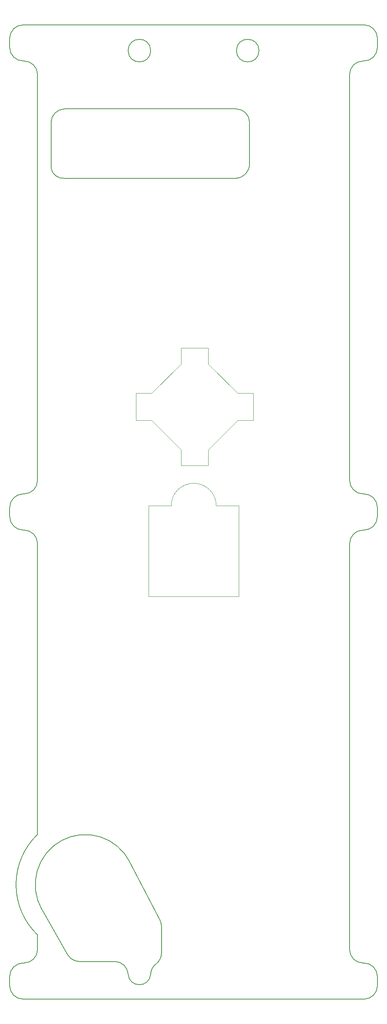
<source format=gm1>
%TF.GenerationSoftware,KiCad,Pcbnew,8.0.4*%
%TF.CreationDate,2025-03-26T23:32:02-07:00*%
%TF.ProjectId,Stationary_X_Panel,53746174-696f-46e6-9172-795f585f5061,1.5*%
%TF.SameCoordinates,Original*%
%TF.FileFunction,Profile,NP*%
%FSLAX46Y46*%
G04 Gerber Fmt 4.6, Leading zero omitted, Abs format (unit mm)*
G04 Created by KiCad (PCBNEW 8.0.4) date 2025-03-26 23:32:02*
%MOMM*%
%LPD*%
G01*
G04 APERTURE LIST*
%TA.AperFunction,Profile*%
%ADD10C,0.200000*%
%TD*%
%TA.AperFunction,Profile*%
%ADD11C,0.100000*%
%TD*%
G04 APERTURE END LIST*
D10*
X83165000Y-41595000D02*
X83165000Y-50595000D01*
X83165000Y-50595000D02*
G75*
G02*
X80164999Y-53944989I-3175100J-174900D01*
G01*
D11*
X61500000Y-107500000D02*
X68000000Y-114000000D01*
X74000000Y-114000000D02*
X74000000Y-117500000D01*
D10*
X85250000Y-25700000D02*
G75*
G02*
X80250000Y-25700000I-2500000J0D01*
G01*
X80250000Y-25700000D02*
G75*
G02*
X85250000Y-25700000I2500000J0D01*
G01*
D11*
X68000000Y-117500000D02*
X74000000Y-117500000D01*
D10*
X105325000Y-224500000D02*
X105325000Y-134750000D01*
X108500000Y-123750000D02*
G75*
G02*
X111500000Y-126750000I0J-3000000D01*
G01*
X42836060Y-225644172D02*
X37132089Y-215670205D01*
X33000000Y-28000000D02*
X33175000Y-28000000D01*
X63650000Y-219435832D02*
X63650000Y-225289897D01*
X111500000Y-232500000D02*
X111500000Y-230500000D01*
X36175000Y-221276595D02*
X36175000Y-224500000D01*
D11*
X68000000Y-114000000D02*
X68000000Y-117500000D01*
D10*
X111500000Y-128750000D02*
G75*
G02*
X108500000Y-131750000I-3000000J0D01*
G01*
D11*
X74000000Y-114000000D02*
X80500000Y-107500000D01*
D10*
X30000000Y-230500000D02*
G75*
G02*
X33000000Y-227500000I3000000J0D01*
G01*
X61246380Y-229934481D02*
G75*
G02*
X62446036Y-227692902I2996220J-161719D01*
G01*
X105325000Y-31000000D02*
G75*
G02*
X108325000Y-28000000I3000000J0D01*
G01*
X36175000Y-224500000D02*
G75*
G02*
X33175000Y-227500000I-3000000J0D01*
G01*
X42165000Y-38595000D02*
X80165000Y-38595000D01*
X33000000Y-235500000D02*
G75*
G02*
X30000000Y-232500000I0J3000000D01*
G01*
X105325000Y-134750000D02*
G75*
G02*
X108325000Y-131750000I3000000J0D01*
G01*
D11*
X60785000Y-146395000D02*
X60785000Y-126395000D01*
D10*
X111500000Y-25000000D02*
X111500000Y-23000000D01*
X108500000Y-20000000D02*
G75*
G02*
X111500000Y-23000000I0J-3000000D01*
G01*
X33000000Y-28000000D02*
G75*
G02*
X30000000Y-25000000I0J3000000D01*
G01*
D11*
X74000000Y-91500000D02*
X68000000Y-91500000D01*
D10*
X108500000Y-227500000D02*
G75*
G02*
X111500000Y-230500000I0J-3000000D01*
G01*
X108500000Y-123750000D02*
X108325000Y-123750000D01*
X30000000Y-126750000D02*
X30000000Y-128750000D01*
X33175000Y-123750000D02*
X33000000Y-123750000D01*
X108325000Y-227500000D02*
G75*
G02*
X105325000Y-224500000I0J3000000D01*
G01*
D11*
X68000000Y-95000000D02*
X61500000Y-101500000D01*
D10*
X30000000Y-23000000D02*
G75*
G02*
X33000000Y-20000000I3000000J0D01*
G01*
D11*
X84000000Y-107500000D02*
X84000000Y-101500000D01*
X65785000Y-126395000D02*
G75*
G02*
X75785000Y-126395000I5000000J0D01*
G01*
D10*
X108325000Y-131750000D02*
X108500000Y-131750000D01*
X108325000Y-123750000D02*
G75*
G02*
X105325000Y-120750000I0J3000000D01*
G01*
X108325000Y-28000000D02*
X108500000Y-28000000D01*
X33000000Y-131750000D02*
G75*
G02*
X30000000Y-128750000I0J3000000D01*
G01*
X80165000Y-38595000D02*
G75*
G02*
X83165000Y-41595000I0J-3000000D01*
G01*
X63650000Y-225289897D02*
G75*
G02*
X62446020Y-227692880I-3000000J-3D01*
G01*
X80165000Y-53945000D02*
X42165000Y-53945000D01*
D11*
X68000000Y-95000000D02*
X68000000Y-91500000D01*
D10*
X42165000Y-53945000D02*
G75*
G02*
X39165014Y-51594998I-287700J2722600D01*
G01*
D11*
X58000000Y-107500000D02*
X58000000Y-101500000D01*
D10*
X61246380Y-229934481D02*
G75*
G02*
X56255209Y-229961299I-2496380J134481D01*
G01*
X39165000Y-41595000D02*
G75*
G02*
X42165000Y-38595000I3047630J-47630D01*
G01*
X36175000Y-120750000D02*
G75*
G02*
X33175000Y-123750000I-3000000J0D01*
G01*
X108500000Y-227500000D02*
X108325000Y-227500000D01*
X36175000Y-31000000D02*
X36175000Y-120750000D01*
X111500000Y-128750000D02*
X111500000Y-126750000D01*
X33175000Y-131750000D02*
G75*
G02*
X36175000Y-134750000I0J-3000000D01*
G01*
D11*
X80785000Y-126395000D02*
X80785000Y-146395000D01*
X75785000Y-126395000D02*
X80785000Y-126395000D01*
D10*
X33175000Y-227500000D02*
X33000000Y-227500000D01*
X30000000Y-23000000D02*
X30000000Y-25000000D01*
X105325000Y-120750000D02*
X105325000Y-31000000D01*
X53261460Y-227154857D02*
G75*
G02*
X56255208Y-229961299I240J-2999743D01*
G01*
X111500000Y-25000000D02*
G75*
G02*
X108500000Y-28000000I-3000000J0D01*
G01*
D11*
X60785000Y-126395000D02*
X65785000Y-126395000D01*
D10*
X61250000Y-25700000D02*
G75*
G02*
X56250000Y-25700000I-2500000J0D01*
G01*
X56250000Y-25700000D02*
G75*
G02*
X61250000Y-25700000I2500000J0D01*
G01*
X53261460Y-227154857D02*
X45440276Y-227154857D01*
D11*
X74000000Y-95000000D02*
X74000000Y-91500000D01*
D10*
X45440276Y-227154857D02*
G75*
G02*
X42836053Y-225644176I24J3000057D01*
G01*
X39165000Y-41595000D02*
X39165000Y-51595000D01*
D11*
X80785000Y-146395000D02*
X60785000Y-146395000D01*
X80500000Y-101500000D02*
X74000000Y-95000000D01*
X80500000Y-101500000D02*
X84000000Y-101500000D01*
D10*
X56587771Y-205073162D02*
X63313747Y-218055813D01*
X63313747Y-218055813D02*
G75*
G02*
X63650021Y-219435832I-2664247J-1380187D01*
G01*
D11*
X58000000Y-101500000D02*
X61500000Y-101500000D01*
D10*
X30000000Y-230500000D02*
X30000000Y-232500000D01*
X33175000Y-28000000D02*
G75*
G02*
X36175000Y-31000000I0J-3000000D01*
G01*
X108500000Y-20000000D02*
X33000000Y-20000000D01*
D11*
X80500000Y-107500000D02*
X84000000Y-107500000D01*
X58000000Y-107500000D02*
X61500000Y-107500000D01*
D10*
X37132089Y-215670205D02*
G75*
G02*
X56587769Y-205073163I9617911J5500345D01*
G01*
X111500000Y-232500000D02*
G75*
G02*
X108500000Y-235500000I-3000000J0D01*
G01*
X33000000Y-131750000D02*
X33175000Y-131750000D01*
X36175000Y-221276595D02*
G75*
G02*
X36175000Y-199063119I10575006J11106738D01*
G01*
X33000000Y-235500000D02*
X108500000Y-235500000D01*
X36175000Y-134750000D02*
X36175000Y-199063119D01*
X30000000Y-126750000D02*
G75*
G02*
X33000000Y-123750000I3000000J0D01*
G01*
M02*

</source>
